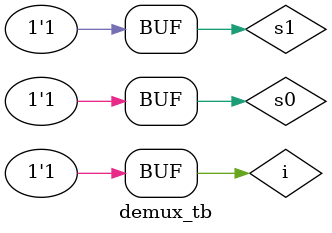
<source format=v>
module demux_tb;
  reg i, s0, s1;
  wire y0, y1, y2, y3;
  demux d(i, s0, s1, y0, y1, y2, y3);
  
  initial begin
    s1 = 0; s0 = 0; i = 0;
    #10 s1 = 0; s0 = 0; i = 1;
    #10 s1 = 0; s0 = 1; i = 0;
    #10 s1 = 0; s0 = 1; i = 1;
    #10 s1 = 1; s0 = 0; i = 0;
    #10 s1 = 1; s0 = 0; i = 1;
    #10 s1 = 1; s0 = 1; i = 0;
    #10 s1 = 1; s0 = 1; i = 1;
  end
  
  initial begin
    $monitor("s1=%b, s0=%b, i=%b, y0=%b, y1=%b, y2=%b, y3=%b", s1, s0, i, y0, y1, y2, y3);
  end
endmodule

</source>
